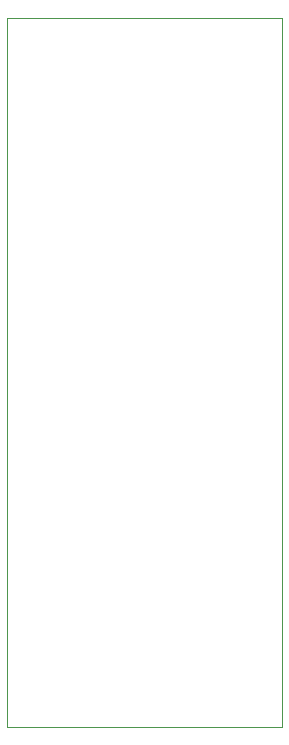
<source format=gm1>
G04 #@! TF.GenerationSoftware,KiCad,Pcbnew,8.0.1-8.0.1-1~ubuntu22.04.1*
G04 #@! TF.CreationDate,2024-03-18T13:01:17-05:00*
G04 #@! TF.ProjectId,onsemi-version,6f6e7365-6d69-42d7-9665-7273696f6e2e,rev?*
G04 #@! TF.SameCoordinates,Original*
G04 #@! TF.FileFunction,Profile,NP*
%FSLAX46Y46*%
G04 Gerber Fmt 4.6, Leading zero omitted, Abs format (unit mm)*
G04 Created by KiCad (PCBNEW 8.0.1-8.0.1-1~ubuntu22.04.1) date 2024-03-18 13:01:17*
%MOMM*%
%LPD*%
G01*
G04 APERTURE LIST*
G04 #@! TA.AperFunction,Profile*
%ADD10C,0.100000*%
G04 #@! TD*
G04 APERTURE END LIST*
D10*
X40500000Y-35582000D02*
X63750000Y-35582000D01*
X63750000Y-95582000D01*
X40500000Y-95582000D01*
X40500000Y-35582000D01*
M02*

</source>
